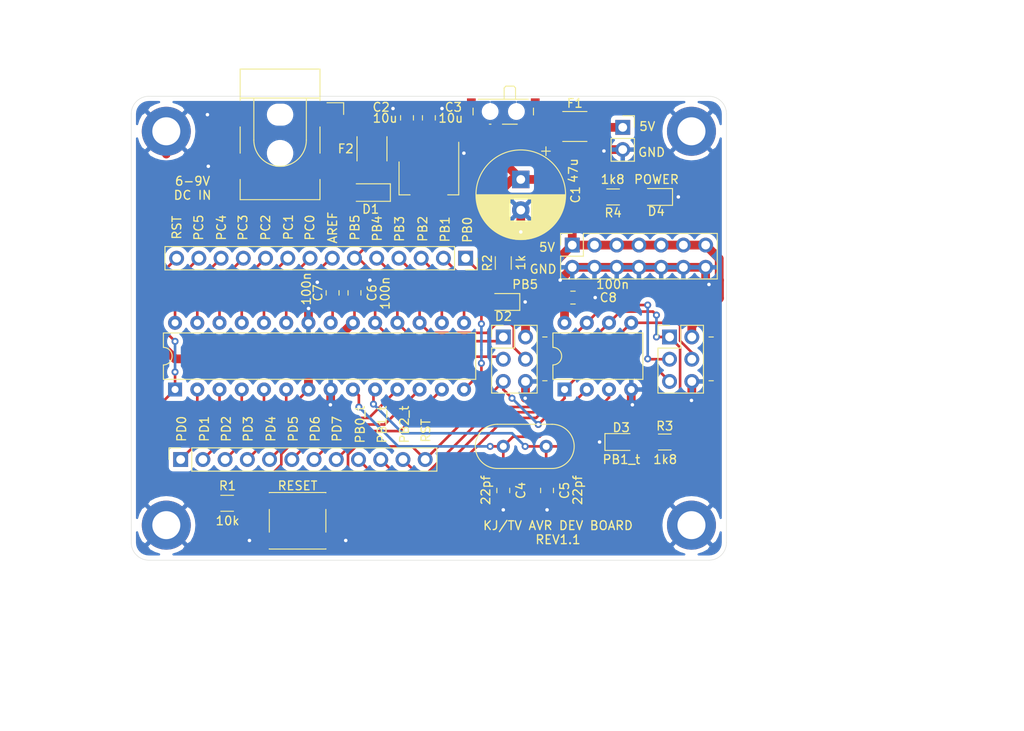
<source format=kicad_pcb>
(kicad_pcb (version 20171130) (host pcbnew "(5.1.9)-1")
  (layers (0 F.Cu signal) (31 B.Cu signal) (34 B.Paste user) (35 F.Paste user) (36 B.SilkS user) (37 F.SilkS user) (38 B.Mask user) (39 F.Mask user) (44 Edge.Cuts user))
  (net 0 "")
  (net 1 GND)
  (net 2 +5V)
  (net 3 "Net-(C2-Pad1)")
  (net 4 "Net-(C3-Pad1)")
  (net 5 XTAL1)
  (net 6 XTAL2)
  (net 7 AREF)
  (net 8 "Net-(D1-Pad1)")
  (net 9 DC_in)
  (net 10 "Net-(D2-Pad2)")
  (net 11 "Net-(D3-Pad2)")
  (net 12 "Net-(D4-Pad2)")
  (net 13 PB0_tiny)
  (net 14 PB1_tiny)
  (net 15 PB2_tiny)
  (net 16 RST)
  (net 17 PB0)
  (net 18 PB1)
  (net 19 PB2)
  (net 20 PC5)
  (net 21 PC4)
  (net 22 PC3)
  (net 23 PC2)
  (net 24 PC1)
  (net 25 PC0)
  (net 26 PD0)
  (net 27 PD1)
  (net 28 PD2)
  (net 29 PD3)
  (net 30 PD4)
  (net 31 PD5)
  (net 32 PD6)
  (net 33 PD7)
  (net 34 Jumper_in)
  (net 35 PB3)
  (net 36 PB4)
  (net 37 PB5)
  (net 38 "Net-(F1-Pad1)")
  (module Capacitor_THT:CP_Radial_D10.0mm_P3.50mm (layer F.Cu) (at 127.5 94.5 270)
    (fp_text reference C1 (at 1.75 -6.25 90) (layer F.SilkS))
    (fp_text value 47u)
    (pad 1 thru_hole rect (at 0 0 270) (size 2 2) (drill 1) (layers *.Cu *.Mask) (net 2 +5V))
    (pad 2 thru_hole circle (at 3.5 0 270) (size 2 2) (drill 1) (layers *.Cu *.Mask) (net 1 GND))
  )
  (module Capacitor_SMD:C_0805_2012Metric_Pad1.18x1.45mm_HandSolder (layer F.Cu) (at 114.5 87.4625 90)
    (fp_text reference C2 (at 1.2125 -2.95 180) (layer F.SilkS))
    (fp_text value 10u)
    (pad 1 smd roundrect (at -1.0375 0 90) (size 1.175 1.45) (layers F.Cu F.Paste F.Mask) (roundrect_rratio 0.2127659574468085) (net 3 "Net-(C2-Pad1)"))
    (pad 2 smd roundrect (at 1.0375 0 90) (size 1.175 1.45) (layers F.Cu F.Paste F.Mask) (roundrect_rratio 0.2127659574468085) (net 1 GND))
  )
  (module Capacitor_SMD:C_0805_2012Metric_Pad1.18x1.45mm_HandSolder (layer F.Cu) (at 117 87.4625 90)
    (fp_text reference C3 (at 1.2125 2.8 180) (layer F.SilkS))
    (fp_text value 10u)
    (pad 2 smd roundrect (at 1.0375 0 90) (size 1.175 1.45) (layers F.Cu F.Paste F.Mask) (roundrect_rratio 0.2127659574468085) (net 1 GND))
    (pad 1 smd roundrect (at -1.0375 0 90) (size 1.175 1.45) (layers F.Cu F.Paste F.Mask) (roundrect_rratio 0.2127659574468085) (net 4 "Net-(C3-Pad1)"))
  )
  (module Capacitor_SMD:C_0805_2012Metric_Pad1.18x1.45mm_HandSolder (layer F.Cu) (at 125.5 130.0375 270)
    (fp_text reference C4 (at 0 -2 90) (layer F.SilkS))
    (fp_text value 22pf)
    (pad 1 smd roundrect (at -1.0375 0 270) (size 1.175 1.45) (layers F.Cu F.Paste F.Mask) (roundrect_rratio 0.2127659574468085) (net 5 XTAL1))
    (pad 2 smd roundrect (at 1.0375 0 270) (size 1.175 1.45) (layers F.Cu F.Paste F.Mask) (roundrect_rratio 0.2127659574468085) (net 1 GND))
  )
  (module Capacitor_SMD:C_0805_2012Metric_Pad1.18x1.45mm_HandSolder (layer F.Cu) (at 130.5 130.0375 270)
    (fp_text reference C5 (at 0 -2 90) (layer F.SilkS))
    (fp_text value 22pf)
    (pad 2 smd roundrect (at 1.0375 0 270) (size 1.175 1.45) (layers F.Cu F.Paste F.Mask) (roundrect_rratio 0.2127659574468085) (net 1 GND))
    (pad 1 smd roundrect (at -1.0375 0 270) (size 1.175 1.45) (layers F.Cu F.Paste F.Mask) (roundrect_rratio 0.2127659574468085) (net 6 XTAL2))
  )
  (module Capacitor_SMD:C_0805_2012Metric_Pad1.18x1.45mm_HandSolder (layer F.Cu) (at 108.5 107.4625 90)
    (fp_text reference C6 (at 0 2 90) (layer F.SilkS))
    (fp_text value 100n)
    (pad 1 smd roundrect (at -1.0375 0 90) (size 1.175 1.45) (layers F.Cu F.Paste F.Mask) (roundrect_rratio 0.2127659574468085) (net 2 +5V))
    (pad 2 smd roundrect (at 1.0375 0 90) (size 1.175 1.45) (layers F.Cu F.Paste F.Mask) (roundrect_rratio 0.2127659574468085) (net 1 GND))
  )
  (module Capacitor_SMD:C_0805_2012Metric_Pad1.18x1.45mm_HandSolder (layer F.Cu) (at 106 107.4625 90)
    (fp_text reference C7 (at 0 -1.68 90) (layer F.SilkS))
    (fp_text value 100n)
    (pad 1 smd roundrect (at -1.0375 0 90) (size 1.175 1.45) (layers F.Cu F.Paste F.Mask) (roundrect_rratio 0.2127659574468085) (net 7 AREF))
    (pad 2 smd roundrect (at 1.0375 0 90) (size 1.175 1.45) (layers F.Cu F.Paste F.Mask) (roundrect_rratio 0.2127659574468085) (net 1 GND))
  )
  (module Capacitor_SMD:C_0805_2012Metric_Pad1.18x1.45mm_HandSolder (layer F.Cu) (at 133.4625 108)
    (fp_text reference C8 (at 4.0375 0) (layer F.SilkS))
    (fp_text value 100n)
    (pad 2 smd roundrect (at 1.0375 0) (size 1.175 1.45) (layers F.Cu F.Paste F.Mask) (roundrect_rratio 0.2127659574468085) (net 1 GND))
    (pad 1 smd roundrect (at -1.0375 0) (size 1.175 1.45) (layers F.Cu F.Paste F.Mask) (roundrect_rratio 0.2127659574468085) (net 2 +5V))
  )
  (module Diode_SMD:D_SOD-123 (layer F.Cu) (at 110.35 96 180)
    (fp_text reference D1 (at 0 -1.9) (layer F.SilkS))
    (fp_text value B5810W)
    (pad 1 smd rect (at -1.65 0 180) (size 0.9 1.2) (layers F.Cu F.Paste F.Mask) (net 8 "Net-(D1-Pad1)"))
    (pad 2 smd rect (at 1.65 0 180) (size 0.9 1.2) (layers F.Cu F.Paste F.Mask) (net 9 DC_in))
  )
  (module Diode_SMD:D_0805_2012Metric_Pad1.15x1.40mm_HandSolder (layer F.Cu) (at 125.525 108.5 180)
    (fp_text reference D2 (at 0 -1.65) (layer F.SilkS))
    (fp_text value red)
    (pad 1 smd roundrect (at -1.025 0 180) (size 1.15 1.4) (layers F.Cu F.Paste F.Mask) (roundrect_rratio 0.2173904347826087) (net 1 GND))
    (pad 2 smd roundrect (at 1.025 0 180) (size 1.15 1.4) (layers F.Cu F.Paste F.Mask) (roundrect_rratio 0.2173904347826087) (net 10 "Net-(D2-Pad2)"))
  )
  (module Diode_SMD:D_0805_2012Metric_Pad1.15x1.40mm_HandSolder (layer F.Cu) (at 138.975 124.5)
    (fp_text reference D3 (at 0 -1.65) (layer F.SilkS))
    (fp_text value blue)
    (pad 2 smd roundrect (at 1.025 0) (size 1.15 1.4) (layers F.Cu F.Paste F.Mask) (roundrect_rratio 0.2173904347826087) (net 11 "Net-(D3-Pad2)"))
    (pad 1 smd roundrect (at -1.025 0) (size 1.15 1.4) (layers F.Cu F.Paste F.Mask) (roundrect_rratio 0.2173904347826087) (net 1 GND))
  )
  (module Diode_SMD:D_0805_2012Metric_Pad1.15x1.40mm_HandSolder (layer F.Cu) (at 142.975 96.5 180)
    (fp_text reference D4 (at 0 -1.65) (layer F.SilkS))
    (fp_text value green)
    (pad 1 smd roundrect (at -1.025 0 180) (size 1.15 1.4) (layers F.Cu F.Paste F.Mask) (roundrect_rratio 0.2173904347826087) (net 1 GND))
    (pad 2 smd roundrect (at 1.025 0 180) (size 1.15 1.4) (layers F.Cu F.Paste F.Mask) (roundrect_rratio 0.2173904347826087) (net 12 "Net-(D4-Pad2)"))
  )
  (module Fuse:Fuse_1812_4532Metric_Pad1.30x3.40mm_HandSolder (layer F.Cu) (at 110.5 91 90)
    (fp_text reference F2 (at 0 -3 180) (layer F.SilkS))
    (fp_text value 500mA)
    (pad 1 smd roundrect (at -2.225 0 90) (size 1.3 3.4) (layers F.Cu F.Paste F.Mask) (roundrect_rratio 0.1923076923076923) (net 8 "Net-(D1-Pad1)"))
    (pad 2 smd roundrect (at 2.225 0 90) (size 1.3 3.4) (layers F.Cu F.Paste F.Mask) (roundrect_rratio 0.1923076923076923) (net 3 "Net-(C2-Pad1)"))
  )
  (module MountingHole:MountingHole_3.2mm_M3_DIN965_Pad (layer F.Cu) (at 147 89)
    (fp_text reference H1 hide)
    (fp_text value MountingHole_Pad)
    (pad 1 thru_hole circle (at 0 0) (size 5.6 5.6) (drill 3.2) (layers *.Cu *.Mask) (net 1 GND))
  )
  (module MountingHole:MountingHole_3.2mm_M3_DIN965_Pad (layer F.Cu) (at 87 89)
    (fp_text reference H2 hide)
    (fp_text value MountingHole_Pad)
    (pad 1 thru_hole circle (at 0 0) (size 5.6 5.6) (drill 3.2) (layers *.Cu *.Mask) (net 1 GND))
  )
  (module MountingHole:MountingHole_3.2mm_M3_DIN965_Pad (layer F.Cu) (at 87 134)
    (fp_text reference H3 hide)
    (fp_text value MountingHole_Pad)
    (pad 1 thru_hole circle (at 0 0) (size 5.6 5.6) (drill 3.2) (layers *.Cu *.Mask) (net 1 GND))
  )
  (module MountingHole:MountingHole_3.2mm_M3_DIN965_Pad (layer F.Cu) (at 147 134)
    (fp_text reference H4 hide)
    (fp_text value MountingHole_Pad)
    (pad 1 thru_hole circle (at 0 0) (size 5.6 5.6) (drill 3.2) (layers *.Cu *.Mask) (net 1 GND))
  )
  (module Connector_PinSocket_2.54mm:PinSocket_1x02_P2.54mm_Vertical (layer F.Cu) (at 139.15 88.55)
    (fp_text reference J1 hide)
    (fp_text value externalPower)
    (pad 1 thru_hole rect (at 0 0) (size 1.7 1.7) (drill 1) (layers *.Cu *.Mask) (net 34 Jumper_in))
    (pad 2 thru_hole oval (at 0 2.54) (size 1.7 1.7) (drill 1) (layers *.Cu *.Mask) (net 1 GND))
  )
  (module Connector_PinSocket_2.54mm:PinSocket_2x07_P2.54mm_Vertical (layer F.Cu) (at 133.38 102 90)
    (fp_text reference J2 hide)
    (fp_text value Power)
    (pad 1 thru_hole rect (at 0 0 90) (size 1.7 1.7) (drill 1) (layers *.Cu *.Mask) (net 2 +5V))
    (pad 2 thru_hole oval (at -2.54 0 90) (size 1.7 1.7) (drill 1) (layers *.Cu *.Mask) (net 1 GND))
    (pad 3 thru_hole oval (at 0 2.54 90) (size 1.7 1.7) (drill 1) (layers *.Cu *.Mask) (net 2 +5V))
    (pad 4 thru_hole oval (at -2.54 2.54 90) (size 1.7 1.7) (drill 1) (layers *.Cu *.Mask) (net 1 GND))
    (pad 5 thru_hole oval (at 0 5.08 90) (size 1.7 1.7) (drill 1) (layers *.Cu *.Mask) (net 2 +5V))
    (pad 6 thru_hole oval (at -2.54 5.08 90) (size 1.7 1.7) (drill 1) (layers *.Cu *.Mask) (net 1 GND))
    (pad 7 thru_hole oval (at 0 7.62 90) (size 1.7 1.7) (drill 1) (layers *.Cu *.Mask) (net 2 +5V))
    (pad 8 thru_hole oval (at -2.54 7.62 90) (size 1.7 1.7) (drill 1) (layers *.Cu *.Mask) (net 1 GND))
    (pad 9 thru_hole oval (at 0 10.16 90) (size 1.7 1.7) (drill 1) (layers *.Cu *.Mask) (net 2 +5V))
    (pad 10 thru_hole oval (at -2.54 10.16 90) (size 1.7 1.7) (drill 1) (layers *.Cu *.Mask) (net 1 GND))
    (pad 11 thru_hole oval (at 0 12.7 90) (size 1.7 1.7) (drill 1) (layers *.Cu *.Mask) (net 2 +5V))
    (pad 12 thru_hole oval (at -2.54 12.7 90) (size 1.7 1.7) (drill 1) (layers *.Cu *.Mask) (net 1 GND))
    (pad 13 thru_hole oval (at 0 15.24 90) (size 1.7 1.7) (drill 1) (layers *.Cu *.Mask) (net 2 +5V))
    (pad 14 thru_hole oval (at -2.54 15.24 90) (size 1.7 1.7) (drill 1) (layers *.Cu *.Mask) (net 1 GND))
  )
  (module Connector_PinSocket_2.54mm:PinSocket_1x12_P2.54mm_Vertical (layer F.Cu) (at 88.64 126.5 90)
    (fp_text reference J3 hide)
    (fp_text value PTiny/PD)
    (pad 1 thru_hole rect (at 0 0 90) (size 1.7 1.7) (drill 1) (layers *.Cu *.Mask) (net 26 PD0))
    (pad 2 thru_hole oval (at 0 2.54 90) (size 1.7 1.7) (drill 1) (layers *.Cu *.Mask) (net 27 PD1))
    (pad 3 thru_hole oval (at 0 5.08 90) (size 1.7 1.7) (drill 1) (layers *.Cu *.Mask) (net 28 PD2))
    (pad 4 thru_hole oval (at 0 7.62 90) (size 1.7 1.7) (drill 1) (layers *.Cu *.Mask) (net 29 PD3))
    (pad 5 thru_hole oval (at 0 10.16 90) (size 1.7 1.7) (drill 1) (layers *.Cu *.Mask) (net 30 PD4))
    (pad 6 thru_hole oval (at 0 12.7 90) (size 1.7 1.7) (drill 1) (layers *.Cu *.Mask) (net 31 PD5))
    (pad 7 thru_hole oval (at 0 15.24 90) (size 1.7 1.7) (drill 1) (layers *.Cu *.Mask) (net 32 PD6))
    (pad 8 thru_hole oval (at 0 17.78 90) (size 1.7 1.7) (drill 1) (layers *.Cu *.Mask) (net 33 PD7))
    (pad 9 thru_hole oval (at 0 20.32 90) (size 1.7 1.7) (drill 1) (layers *.Cu *.Mask) (net 13 PB0_tiny))
    (pad 10 thru_hole oval (at 0 22.86 90) (size 1.7 1.7) (drill 1) (layers *.Cu *.Mask) (net 14 PB1_tiny))
    (pad 11 thru_hole oval (at 0 25.4 90) (size 1.7 1.7) (drill 1) (layers *.Cu *.Mask) (net 15 PB2_tiny))
    (pad 12 thru_hole oval (at 0 27.94 90) (size 1.7 1.7) (drill 1) (layers *.Cu *.Mask) (net 16 RST))
  )
  (module Connector_PinSocket_2.54mm:PinSocket_1x14_P2.54mm_Vertical (layer F.Cu) (at 121.2 103.5 270)
    (fp_text reference J4 hide)
    (fp_text value PB/PC)
    (pad 1 thru_hole rect (at 0 0 270) (size 1.7 1.7) (drill 1) (layers *.Cu *.Mask) (net 17 PB0))
    (pad 2 thru_hole oval (at 0 2.54 270) (size 1.7 1.7) (drill 1) (layers *.Cu *.Mask) (net 18 PB1))
    (pad 3 thru_hole oval (at 0 5.08 270) (size 1.7 1.7) (drill 1) (layers *.Cu *.Mask) (net 19 PB2))
    (pad 4 thru_hole oval (at 0 7.62 270) (size 1.7 1.7) (drill 1) (layers *.Cu *.Mask) (net 35 PB3))
    (pad 5 thru_hole oval (at 0 10.16 270) (size 1.7 1.7) (drill 1) (layers *.Cu *.Mask) (net 36 PB4))
    (pad 6 thru_hole oval (at 0 12.7 270) (size 1.7 1.7) (drill 1) (layers *.Cu *.Mask) (net 37 PB5))
    (pad 7 thru_hole oval (at 0 15.24 270) (size 1.7 1.7) (drill 1) (layers *.Cu *.Mask) (net 7 AREF))
    (pad 8 thru_hole oval (at 0 17.78 270) (size 1.7 1.7) (drill 1) (layers *.Cu *.Mask) (net 25 PC0))
    (pad 9 thru_hole oval (at 0 20.32 270) (size 1.7 1.7) (drill 1) (layers *.Cu *.Mask) (net 24 PC1))
    (pad 10 thru_hole oval (at 0 22.86 270) (size 1.7 1.7) (drill 1) (layers *.Cu *.Mask) (net 23 PC2))
    (pad 11 thru_hole oval (at 0 25.4 270) (size 1.7 1.7) (drill 1) (layers *.Cu *.Mask) (net 22 PC3))
    (pad 12 thru_hole oval (at 0 27.94 270) (size 1.7 1.7) (drill 1) (layers *.Cu *.Mask) (net 21 PC4))
    (pad 13 thru_hole oval (at 0 30.48 270) (size 1.7 1.7) (drill 1) (layers *.Cu *.Mask) (net 20 PC5))
    (pad 14 thru_hole oval (at 0 33.02 270) (size 1.7 1.7) (drill 1) (layers *.Cu *.Mask) (net 16 RST))
  )
  (module Connector_BarrelJack:BarrelJack_CLIFF_FC681465S_SMT_Horizontal (layer F.Cu) (at 100 90 270)
    (fp_text reference J5 hide)
    (fp_text value Barrel_Jack_Switch)
    (pad "" np_thru_hole oval (at -2.9 0) (size 2 1.5) (drill oval 2 1.5) (layers *.Cu *.Mask))
    (pad "" np_thru_hole circle (at 1.5 0) (size 2 2) (drill 2) (layers *.Cu *.Mask))
    (pad 1 smd rect (at -3 -5.5) (size 3 2) (layers F.Cu F.Paste F.Mask) (net 9 DC_in))
    (pad 1 smd rect (at 3 -5.5) (size 3 2) (layers F.Cu F.Paste F.Mask) (net 9 DC_in))
    (pad 2 smd rect (at 3 5.5) (size 3 2) (layers F.Cu F.Paste F.Mask) (net 1 GND))
    (pad 3 smd rect (at -3 5.5) (size 3 2) (layers F.Cu F.Paste F.Mask) (net 1 GND))
  )
  (module Connector_PinHeader_2.54mm:PinHeader_2x03_P2.54mm_Vertical (layer F.Cu) (at 125.5 112.5)
    (fp_text reference J6 hide)
    (fp_text value ICSP)
    (pad 6 thru_hole oval (at 2.54 5.08) (size 1.7 1.7) (drill 1) (layers *.Cu *.Mask) (net 1 GND))
    (pad 5 thru_hole oval (at 0 5.08) (size 1.7 1.7) (drill 1) (layers *.Cu *.Mask) (net 16 RST))
    (pad 4 thru_hole oval (at 2.54 2.54) (size 1.7 1.7) (drill 1) (layers *.Cu *.Mask) (net 35 PB3))
    (pad 3 thru_hole oval (at 0 2.54) (size 1.7 1.7) (drill 1) (layers *.Cu *.Mask) (net 37 PB5))
    (pad 2 thru_hole oval (at 2.54 0) (size 1.7 1.7) (drill 1) (layers *.Cu *.Mask) (net 2 +5V))
    (pad 1 thru_hole rect (at 0 0) (size 1.7 1.7) (drill 1) (layers *.Cu *.Mask) (net 36 PB4))
  )
  (module Connector_PinHeader_2.54mm:PinHeader_2x03_P2.54mm_Vertical (layer F.Cu) (at 144.5 112.5)
    (fp_text reference J7 hide)
    (fp_text value ICSP)
    (pad 1 thru_hole rect (at 0 0) (size 1.7 1.7) (drill 1) (layers *.Cu *.Mask) (net 14 PB1_tiny))
    (pad 2 thru_hole oval (at 2.54 0) (size 1.7 1.7) (drill 1) (layers *.Cu *.Mask) (net 2 +5V))
    (pad 3 thru_hole oval (at 0 2.54) (size 1.7 1.7) (drill 1) (layers *.Cu *.Mask) (net 15 PB2_tiny))
    (pad 4 thru_hole oval (at 2.54 2.54) (size 1.7 1.7) (drill 1) (layers *.Cu *.Mask) (net 13 PB0_tiny))
    (pad 5 thru_hole oval (at 0 5.08) (size 1.7 1.7) (drill 1) (layers *.Cu *.Mask) (net 16 RST))
    (pad 6 thru_hole oval (at 2.54 5.08) (size 1.7 1.7) (drill 1) (layers *.Cu *.Mask) (net 1 GND))
  )
  (module Resistor_SMD:R_1206_3216Metric_Pad1.30x1.75mm_HandSolder (layer F.Cu) (at 93.95 131.5 180)
    (fp_text reference R1 (at -0.05 2) (layer F.SilkS))
    (fp_text value 10k)
    (pad 2 smd roundrect (at 1.55 0 180) (size 1.3 1.75) (layers F.Cu F.Paste F.Mask) (roundrect_rratio 0.1923076923076923) (net 2 +5V))
    (pad 1 smd roundrect (at -1.55 0 180) (size 1.3 1.75) (layers F.Cu F.Paste F.Mask) (roundrect_rratio 0.1923076923076923) (net 16 RST))
  )
  (module Resistor_SMD:R_1206_3216Metric_Pad1.30x1.75mm_HandSolder (layer F.Cu) (at 125.5 104.05 90)
    (fp_text reference R2 (at 0 -1.82 90) (layer F.SilkS))
    (fp_text value 1k)
    (pad 1 smd roundrect (at -1.55 0 90) (size 1.3 1.75) (layers F.Cu F.Paste F.Mask) (roundrect_rratio 0.1923076923076923) (net 10 "Net-(D2-Pad2)"))
    (pad 2 smd roundrect (at 1.55 0 90) (size 1.3 1.75) (layers F.Cu F.Paste F.Mask) (roundrect_rratio 0.1923076923076923) (net 37 PB5))
  )
  (module Resistor_SMD:R_1206_3216Metric_Pad1.30x1.75mm_HandSolder (layer F.Cu) (at 143.95 124.5)
    (fp_text reference R3 (at 0 -1.82) (layer F.SilkS))
    (fp_text value 1k8)
    (pad 2 smd roundrect (at 1.55 0) (size 1.3 1.75) (layers F.Cu F.Paste F.Mask) (roundrect_rratio 0.1923076923076923) (net 14 PB1_tiny))
    (pad 1 smd roundrect (at -1.55 0) (size 1.3 1.75) (layers F.Cu F.Paste F.Mask) (roundrect_rratio 0.1923076923076923) (net 11 "Net-(D3-Pad2)"))
  )
  (module Resistor_SMD:R_1206_3216Metric_Pad1.30x1.75mm_HandSolder (layer F.Cu) (at 138.05 96.5 180)
    (fp_text reference R4 (at 0 -1.82) (layer F.SilkS))
    (fp_text value 1k8)
    (pad 1 smd roundrect (at -1.55 0 180) (size 1.3 1.75) (layers F.Cu F.Paste F.Mask) (roundrect_rratio 0.1923076923076923) (net 12 "Net-(D4-Pad2)"))
    (pad 2 smd roundrect (at 1.55 0 180) (size 1.3 1.75) (layers F.Cu F.Paste F.Mask) (roundrect_rratio 0.1923076923076923) (net 2 +5V))
  )
  (module Button_Switch_SMD:SW_SPDT_PCM12 (layer F.Cu) (at 125.5 87.07 180)
    (fp_text reference SW1 hide)
    (fp_text value powerSwitch)
    (pad "" np_thru_hole circle (at -1.5 0.33 180) (size 0.9 0.9) (drill 0.9) (layers *.Cu *.Mask))
    (pad "" np_thru_hole circle (at 1.5 0.33 180) (size 0.9 0.9) (drill 0.9) (layers *.Cu *.Mask))
    (pad 1 smd rect (at -2.25 -1.43 180) (size 0.7 1.5) (layers F.Cu F.Paste F.Mask) (net 38 "Net-(F1-Pad1)"))
    (pad 2 smd rect (at 0.75 -1.43 180) (size 0.7 1.5) (layers F.Cu F.Paste F.Mask) (net 2 +5V))
    (pad 3 smd rect (at 2.25 -1.43 180) (size 0.7 1.5) (layers F.Cu F.Paste F.Mask) (net 4 "Net-(C3-Pad1)"))
    (pad "" smd rect (at -3.65 1.43 180) (size 1 0.8) (layers F.Cu F.Paste F.Mask))
    (pad "" smd rect (at 3.65 1.43 180) (size 1 0.8) (layers F.Cu F.Paste F.Mask))
    (pad "" smd rect (at 3.65 -0.78 180) (size 1 0.8) (layers F.Cu F.Paste F.Mask))
    (pad "" smd rect (at -3.65 -0.78 180) (size 1 0.8) (layers F.Cu F.Paste F.Mask))
  )
  (module Button_Switch_SMD:SW_Push_1P1T_NO_6x6mm_H9.5mm (layer F.Cu) (at 102 133.5)
    (fp_text reference SW2 hide)
    (fp_text value resetButton)
    (pad 2 smd rect (at -3.975 2.25) (size 1.55 1.3) (layers F.Cu F.Paste F.Mask) (net 1 GND))
    (pad 1 smd rect (at -3.975 -2.25) (size 1.55 1.3) (layers F.Cu F.Paste F.Mask) (net 16 RST))
    (pad 1 smd rect (at 3.975 -2.25) (size 1.55 1.3) (layers F.Cu F.Paste F.Mask) (net 16 RST))
    (pad 2 smd rect (at 3.975 2.25) (size 1.55 1.3) (layers F.Cu F.Paste F.Mask) (net 1 GND))
  )
  (module Package_TO_SOT_SMD:SOT-223-3_TabPin2 (layer F.Cu) (at 117 94.35 270)
    (fp_text reference U1 hide)
    (fp_text value AMS1117-5.0)
    (pad 2 smd rect (at 3.15 0 270) (size 2 3.8) (layers F.Cu F.Paste F.Mask) (net 4 "Net-(C3-Pad1)"))
    (pad 2 smd rect (at -3.15 0 270) (size 2 1.5) (layers F.Cu F.Paste F.Mask) (net 4 "Net-(C3-Pad1)"))
    (pad 3 smd rect (at -3.15 2.3 270) (size 2 1.5) (layers F.Cu F.Paste F.Mask) (net 3 "Net-(C2-Pad1)"))
    (pad 1 smd rect (at -3.15 -2.3 270) (size 2 1.5) (layers F.Cu F.Paste F.Mask) (net 1 GND))
  )
  (module Package_DIP:DIP-8_W7.62mm (layer F.Cu) (at 132.5 118.5 90)
    (fp_text reference U2 hide)
    (fp_text value ATtiny85-20PU)
    (pad 1 thru_hole rect (at 0 0 90) (size 1.6 1.6) (drill 0.8) (layers *.Cu *.Mask) (net 16 RST))
    (pad 5 thru_hole oval (at 7.62 7.62 90) (size 1.6 1.6) (drill 0.8) (layers *.Cu *.Mask) (net 13 PB0_tiny))
    (pad 2 thru_hole oval (at 0 2.54 90) (size 1.6 1.6) (drill 0.8) (layers *.Cu *.Mask) (net 5 XTAL1))
    (pad 6 thru_hole oval (at 7.62 5.08 90) (size 1.6 1.6) (drill 0.8) (layers *.Cu *.Mask) (net 14 PB1_tiny))
    (pad 3 thru_hole oval (at 0 5.08 90) (size 1.6 1.6) (drill 0.8) (layers *.Cu *.Mask) (net 6 XTAL2))
    (pad 7 thru_hole oval (at 7.62 2.54 90) (size 1.6 1.6) (drill 0.8) (layers *.Cu *.Mask) (net 15 PB2_tiny))
    (pad 4 thru_hole oval (at 0 7.62 90) (size 1.6 1.6) (drill 0.8) (layers *.Cu *.Mask) (net 1 GND))
    (pad 8 thru_hole oval (at 7.62 0 90) (size 1.6 1.6) (drill 0.8) (layers *.Cu *.Mask) (net 2 +5V))
  )
  (module Package_DIP:DIP-28_W7.62mm (layer F.Cu) (at 88 118.5 90)
    (fp_text reference U3 hide)
    (fp_text value ATmega328P-PU)
    (pad 1 thru_hole rect (at 0 0 90) (size 1.6 1.6) (drill 0.8) (layers *.Cu *.Mask) (net 16 RST))
    (pad 15 thru_hole oval (at 7.62 33.02 90) (size 1.6 1.6) (drill 0.8) (layers *.Cu *.Mask) (net 18 PB1))
    (pad 2 thru_hole oval (at 0 2.54 90) (size 1.6 1.6) (drill 0.8) (layers *.Cu *.Mask) (net 26 PD0))
    (pad 16 thru_hole oval (at 7.62 30.48 90) (size 1.6 1.6) (drill 0.8) (layers *.Cu *.Mask) (net 19 PB2))
    (pad 3 thru_hole oval (at 0 5.08 90) (size 1.6 1.6) (drill 0.8) (layers *.Cu *.Mask) (net 27 PD1))
    (pad 17 thru_hole oval (at 7.62 27.94 90) (size 1.6 1.6) (drill 0.8) (layers *.Cu *.Mask) (net 35 PB3))
    (pad 4 thru_hole oval (at 0 7.62 90) (size 1.6 1.6) (drill 0.8) (layers *.Cu *.Mask) (net 28 PD2))
    (pad 18 thru_hole oval (at 7.62 25.4 90) (size 1.6 1.6) (drill 0.8) (layers *.Cu *.Mask) (net 36 PB4))
    (pad 5 thru_hole oval (at 0 10.16 90) (size 1.6 1.6) (drill 0.8) (layers *.Cu *.Mask) (net 29 PD3))
    (pad 19 thru_hole oval (at 7.62 22.86 90) (size 1.6 1.6) (drill 0.8) (layers *.Cu *.Mask) (net 37 PB5))
    (pad 6 thru_hole oval (at 0 12.7 90) (size 1.6 1.6) (drill 0.8) (layers *.Cu *.Mask) (net 30 PD4))
    (pad 20 thru_hole oval (at 7.62 20.32 90) (size 1.6 1.6) (drill 0.8) (layers *.Cu *.Mask) (net 2 +5V))
    (pad 7 thru_hole oval (at 0 15.24 90) (size 1.6 1.6) (drill 0.8) (layers *.Cu *.Mask) (net 2 +5V))
    (pad 21 thru_hole oval (at 7.62 17.78 90) (size 1.6 1.6) (drill 0.8) (layers *.Cu *.Mask) (net 7 AREF))
    (pad 8 thru_hole oval (at 0 17.78 90) (size 1.6 1.6) (drill 0.8) (layers *.Cu *.Mask) (net 1 GND))
    (pad 22 thru_hole oval (at 7.62 15.24 90) (size 1.6 1.6) (drill 0.8) (layers *.Cu *.Mask) (net 1 GND))
    (pad 9 thru_hole oval (at 0 20.32 90) (size 1.6 1.6) (drill 0.8) (layers *.Cu *.Mask) (net 5 XTAL1))
    (pad 23 thru_hole oval (at 7.62 12.7 90) (size 1.6 1.6) (drill 0.8) (layers *.Cu *.Mask) (net 25 PC0))
    (pad 10 thru_hole oval (at 0 22.86 90) (size 1.6 1.6) (drill 0.8) (layers *.Cu *.Mask) (net 6 XTAL2))
    (pad 24 thru_hole oval (at 7.62 10.16 90) (size 1.6 1.6) (drill 0.8) (layers *.Cu *.Mask) (net 24 PC1))
    (pad 11 thru_hole oval (at 0 25.4 90) (size 1.6 1.6) (drill 0.8) (layers *.Cu *.Mask) (net 31 PD5))
    (pad 25 thru_hole oval (at 7.62 7.62 90) (size 1.6 1.6) (drill 0.8) (layers *.Cu *.Mask) (net 23 PC2))
    (pad 12 thru_hole oval (at 0 27.94 90) (size 1.6 1.6) (drill 0.8) (layers *.Cu *.Mask) (net 32 PD6))
    (pad 26 thru_hole oval (at 7.62 5.08 90) (size 1.6 1.6) (drill 0.8) (layers *.Cu *.Mask) (net 22 PC3))
    (pad 13 thru_hole oval (at 0 30.48 90) (size 1.6 1.6) (drill 0.8) (layers *.Cu *.Mask) (net 33 PD7))
    (pad 27 thru_hole oval (at 7.62 2.54 90) (size 1.6 1.6) (drill 0.8) (layers *.Cu *.Mask) (net 21 PC4))
    (pad 14 thru_hole oval (at 0 33.02 90) (size 1.6 1.6) (drill 0.8) (layers *.Cu *.Mask) (net 17 PB0))
    (pad 28 thru_hole oval (at 7.62 0 90) (size 1.6 1.6) (drill 0.8) (layers *.Cu *.Mask) (net 20 PC5))
  )
  (module Crystal:Crystal_HC18-U_Vertical (layer F.Cu) (at 125.5 125)
    (fp_text reference Y1 hide)
    (fp_text value 16MHz)
    (pad 1 thru_hole circle (at 0 0) (size 1.5 1.5) (drill 0.8) (layers *.Cu *.Mask) (net 5 XTAL1))
    (pad 2 thru_hole circle (at 4.9 0) (size 1.5 1.5) (drill 0.8) (layers *.Cu *.Mask) (net 6 XTAL2))
  )
  (module Fuse:Fuse_1812_4532Metric_Pad1.30x3.40mm_HandSolder (layer F.Cu) (at 133.675 88.45)
    (fp_text reference F1 (at 0 -2.65) (layer F.SilkS))
    (fp_text value 500mA)
    (pad 1 smd roundrect (at -2.225 0) (size 1.3 3.4) (layers F.Cu F.Paste F.Mask) (roundrect_rratio 0.1923076923076923) (net 38 "Net-(F1-Pad1)"))
    (pad 2 smd roundrect (at 2.225 0) (size 1.3 3.4) (layers F.Cu F.Paste F.Mask) (roundrect_rratio 0.1923076923076923) (net 34 Jumper_in))
  )
  (gr_text "10u\n" (at 119.5 87.5) (layer F.SilkS) (effects (font (size 1 1))))
  (gr_text "10u\n" (at 112 87.5) (layer F.SilkS) (effects (font (size 1 1))))
  (gr_text "100n\n" (at 138 106.5) (layer F.SilkS) (effects (font (size 1 1))))
  (gr_text "47u\n" (at 133.5 93.5 90) (layer F.SilkS) (effects (font (size 1 1))))
  (gr_text "100n\n" (at 103 107 90) (layer F.SilkS) (effects (font (size 1 1))))
  (gr_text "100n\n" (at 112 107.5 90) (layer F.SilkS) (effects (font (size 1 1))))
  (gr_text "22pf\n" (at 123.5 130 90) (layer F.SilkS) (effects (font (size 1 1))))
  (gr_text "22pf\n" (at 134 130 90) (layer F.SilkS) (effects (font (size 1 1))))
  (gr_text RESET (at 102 129.5) (layer F.SilkS) (effects (font (size 1 1))))
  (gr_text "POWER\n" (at 143 94.5) (layer F.SilkS) (effects (font (size 1 1))))
  (gr_text PB1_t (at 139 126.5) (layer F.SilkS) (effects (font (size 1 1))))
  (gr_text PB5 (at 128 106.5) (layer F.SilkS) (effects (font (size 1 1))))
  (gr_text "6-9V\nDC IN\n" (at 90 95.5) (layer F.SilkS) (effects (font (size 1 1))))
  (gr_text 1k8 (at 138 94.5) (layer F.SilkS) (effects (font (size 1 1))))
  (gr_text 10k (at 94 133.5) (layer F.SilkS) (effects (font (size 1 1))))
  (gr_text "1k\n" (at 127.5 104 90) (layer F.SilkS) (effects (font (size 1 1))))
  (gr_text "1k8\n" (at 144 126.5) (layer F.SilkS) (effects (font (size 1 1))))
  (gr_line (start 149 117.5) (end 149.5 117.5) (layer F.SilkS) (width 0.12))
  (gr_line (start 149 112.5) (end 149.5 112.5) (layer F.SilkS) (width 0.12))
  (gr_line (start 130 117.5) (end 130.5 117.5) (layer F.SilkS) (width 0.12))
  (gr_line (start 130 112.5) (end 130.5 112.5) (layer F.SilkS) (width 0.12))
  (gr_text GND (at 130.05 104.75) (layer F.SilkS) (effects (font (size 1 1))))
  (gr_text 5V (at 130.5 102.25) (layer F.SilkS) (effects (font (size 1 1))))
  (gr_text GND (at 142.45 91.4) (layer F.SilkS) (effects (font (size 1 1))))
  (gr_text "5V\n" (at 141.95 88.45) (layer F.SilkS) (effects (font (size 1 1))))
  (gr_text "KJ/TV AVR DEV BOARD\nREV1.1" (at 131.75 134.85) (layer F.SilkS) (effects (font (size 1 1))))
  (gr_text PB0 (at 121.4 100.25 90) (layer F.SilkS) (effects (font (size 1 1))))
  (gr_text PB1 (at 118.85 100.2 90) (layer F.SilkS) (effects (font (size 1 1))))
  (gr_text PB2 (at 116.3 100.15 90) (layer F.SilkS) (effects (font (size 1 1))))
  (gr_text PB3 (at 113.65 100.15 90) (layer F.SilkS) (effects (font (size 1 1))))
  (gr_text PB4 (at 111.1 100.1 90) (layer F.SilkS) (effects (font (size 1 1))))
  (gr_text PB5 (at 108.55 100 90) (layer F.SilkS) (effects (font (size 1 1))))
  (gr_text AREF (at 106 100 90) (layer F.SilkS) (effects (font (size 1 1))))
  (gr_text PC0 (at 103.4 100 90) (layer F.SilkS) (effects (font (size 1 1))))
  (gr_text PC1 (at 100.95 99.95 90) (layer F.SilkS) (effects (font (size 1 1))))
  (gr_text PC2 (at 98.35 100 90) (layer F.SilkS) (effects (font (size 1 1))))
  (gr_text PC3 (at 95.75 100 90) (layer F.SilkS) (effects (font (size 1 1))))
  (gr_text PC4 (at 93.3 100 90) (layer F.SilkS) (effects (font (size 1 1))))
  (gr_text PC5 (at 90.7 100 90) (layer F.SilkS) (effects (font (size 1 1))))
  (gr_text "RST\n" (at 88.2 100 90) (layer F.SilkS) (effects (font (size 1 1))))
  (gr_text RST (at 116.65 123.2 90) (layer F.SilkS) (effects (font (size 1 1))))
  (gr_text "PB2_t\n" (at 114.2 122.5 90) (layer F.SilkS) (effects (font (size 1 1))))
  (gr_text "PB1_t\n" (at 111.65 122.5 90) (layer F.SilkS) (effects (font (size 1 1))))
  (gr_text "PB0_t\n" (at 109.15 122.5 90) (layer F.SilkS) (effects (font (size 1 1))))
  (gr_text PD7 (at 106.5 123 90) (layer F.SilkS) (effects (font (size 1 1))))
  (gr_text PD6 (at 104 123 90) (layer F.SilkS) (effects (font (size 1 1))))
  (gr_text PD5 (at 101.5 123 90) (layer F.SilkS) (effects (font (size 1 1))))
  (gr_text PD4 (at 98.95 123 90) (layer F.SilkS) (effects (font (size 1 1))))
  (gr_text PD3 (at 96.35 123 90) (layer F.SilkS) (effects (font (size 1 1))))
  (gr_text "PD2\n" (at 93.85 123 90) (layer F.SilkS) (effects (font (size 1 1))))
  (gr_text PD1 (at 91.35 123 90) (layer F.SilkS) (effects (font (size 1 1))))
  (gr_text PD0 (at 88.75 123 90) (layer F.SilkS) (effects (font (size 1 1))))
  (gr_arc (start 149 136) (end 149 138) (angle -90) (layer Edge.Cuts) (width 0.05))
  (gr_arc (start 85 136) (end 83 136) (angle -90) (layer Edge.Cuts) (width 0.05))
  (gr_arc (start 149 87) (end 151 87) (angle -90) (layer Edge.Cuts) (width 0.05))
  (gr_arc (start 85 87) (end 85 85) (angle -90) (layer Edge.Cuts) (width 0.05))
  (gr_line (start 83 136) (end 83 87) (layer Edge.Cuts) (width 0.05))
  (gr_line (start 149 138) (end 85 138) (layer Edge.Cuts) (width 0.05))
  (gr_line (start 151 87) (end 151 136) (layer Edge.Cuts) (width 0.05))
  (gr_line (start 85 85) (end 149 85) (layer Edge.Cuts) (width 0.05))
  (segment (start 133.38 104.54) (end 135.92 104.54) (width 1) (layer F.Cu) (net 1))
  (segment (start 135.92 104.54) (end 138.46 104.54) (width 1) (layer F.Cu) (net 1))
  (segment (start 138.46 104.54) (end 141 104.54) (width 1) (layer F.Cu) (net 1))
  (segment (start 141 104.54) (end 143.54 104.54) (width 1) (layer F.Cu) (net 1))
  (segment (start 143.54 104.54) (end 146.08 104.54) (width 1) (layer F.Cu) (net 1))
  (segment (start 146.08 104.54) (end 148.62 104.54) (width 1) (layer F.Cu) (net 1))
  (via (at 136 108) (size 0.8) (drill 0.4) (layers F.Cu B.Cu) (net 1))
  (segment (start 134.5 108) (end 136 108) (width 1) (layer F.Cu) (net 1))
  (via (at 132 106) (size 0.8) (drill 0.4) (layers F.Cu B.Cu) (net 1))
  (segment (start 133.38 104.62) (end 132 106) (width 1) (layer F.Cu) (net 1))
  (segment (start 133.38 104.54) (end 133.38 104.62) (width 1) (layer F.Cu) (net 1))
  (via (at 149 106.5) (size 0.8) (drill 0.4) (layers F.Cu B.Cu) (net 1))
  (segment (start 148.62 106.12) (end 149 106.5) (width 1) (layer F.Cu) (net 1))
  (segment (start 148.62 104.54) (end 148.62 106.12) (width 1) (layer F.Cu) (net 1))
  (via (at 137 91.25) (size 0.8) (drill 0.4) (layers F.Cu B.Cu) (net 1))
  (segment (start 137.16 91.09) (end 137 91.25) (width 1) (layer F.Cu) (net 1))
  (segment (start 139.15 91.09) (end 137.16 91.09) (width 1) (layer F.Cu) (net 1))
  (segment (start 147 89) (end 147 89.75) (width 1) (layer F.Cu) (net 1))
  (via (at 147 119.75) (size 0.8) (drill 0.4) (layers F.Cu B.Cu) (net 1))
  (segment (start 147.04 119.71) (end 147 119.75) (width 1) (layer F.Cu) (net 1))
  (segment (start 147.04 117.58) (end 147.04 119.71) (width 1) (layer F.Cu) (net 1))
  (segment (start 147 134) (end 147 132.5) (width 1) (layer F.Cu) (net 1))
  (via (at 136.5 124.5) (size 0.8) (drill 0.4) (layers F.Cu B.Cu) (net 1))
  (segment (start 137.95 124.5) (end 136.5 124.5) (width 1) (layer F.Cu) (net 1))
  (via (at 130.5 132.25) (size 0.8) (drill 0.4) (layers F.Cu B.Cu) (net 1))
  (segment (start 130.5 131.075) (end 130.5 132.25) (width 1) (layer F.Cu) (net 1))
  (via (at 125.5 132.25) (size 0.8) (drill 0.4) (layers F.Cu B.Cu) (net 1))
  (segment (start 125.5 131.075) (end 125.5 132.25) (width 1) (layer F.Cu) (net 1))
  (via (at 128 108.5) (size 0.8) (drill 0.4) (layers F.Cu B.Cu) (net 1))
  (segment (start 126.55 108.5) (end 128 108.5) (width 1) (layer F.Cu) (net 1))
  (via (at 107.5 135.75) (size 0.8) (drill 0.4) (layers F.Cu B.Cu) (net 1))
  (segment (start 105.975 135.75) (end 107.5 135.75) (width 1) (layer F.Cu) (net 1))
  (segment (start 98.025 135.75) (end 96.5 135.75) (width 1) (layer F.Cu) (net 1))
  (via (at 96.5 135.75) (size 0.8) (drill 0.4) (layers F.Cu B.Cu) (net 1))
  (segment (start 87 134) (end 88 134) (width 1) (layer F.Cu) (net 1))
  (via (at 104.25 106.25) (size 0.8) (drill 0.4) (layers F.Cu B.Cu) (net 1))
  (segment (start 104.425 106.425) (end 104.25 106.25) (width 1) (layer F.Cu) (net 1))
  (segment (start 106 106.425) (end 104.425 106.425) (width 1) (layer F.Cu) (net 1))
  (via (at 110.25 106) (size 0.8) (drill 0.4) (layers F.Cu B.Cu) (net 1))
  (segment (start 109.825 106.425) (end 110.25 106) (width 1) (layer F.Cu) (net 1))
  (segment (start 108.5 106.425) (end 109.825 106.425) (width 1) (layer F.Cu) (net 1))
  (via (at 103.25 109.25) (size 0.8) (drill 0.4) (layers F.Cu B.Cu) (net 1))
  (segment (start 103.24 109.26) (end 103.25 109.25) (width 1) (layer F.Cu) (net 1))
  (segment (start 103.24 110.88) (end 103.24 109.26) (width 1) (layer F.Cu) (net 1))
  (via (at 128 119.5) (size 0.8) (drill 0.4) (layers F.Cu B.Cu) (net 1))
  (segment (start 128.04 119.46) (end 128 119.5) (width 1) (layer F.Cu) (net 1))
  (segment (start 128.04 117.58) (end 128.04 119.46) (width 1) (layer F.Cu) (net 1))
  (via (at 140.25 120.25) (size 0.8) (drill 0.4) (layers F.Cu B.Cu) (net 1))
  (segment (start 140.12 120.12) (end 140.25 120.25) (width 1) (layer F.Cu) (net 1))
  (segment (start 140.12 118.5) (end 140.12 120.12) (width 1) (layer F.Cu) (net 1))
  (via (at 105.75 120.25) (size 0.8) (drill 0.4) (layers F.Cu B.Cu) (net 1))
  (segment (start 105.78 120.22) (end 105.75 120.25) (width 1) (layer F.Cu) (net 1))
  (segment (start 105.78 118.5) (end 105.78 120.22) (width 1) (layer F.Cu) (net 1))
  (via (at 91.7 87.1) (size 0.8) (drill 0.4) (layers F.Cu B.Cu) (net 1))
  (segment (start 91.8 87) (end 91.7 87.1) (width 1) (layer F.Cu) (net 1))
  (segment (start 94.5 87) (end 91.8 87) (width 1) (layer F.Cu) (net 1))
  (via (at 91.8 93) (size 0.8) (drill 0.4) (layers F.Cu B.Cu) (net 1))
  (segment (start 94.5 93) (end 91.8 93) (width 1) (layer F.Cu) (net 1))
  (segment (start 87 89) (end 87 91.6) (width 1) (layer F.Cu) (net 1))
  (via (at 112.9 86.4) (size 0.8) (drill 0.4) (layers F.Cu B.Cu) (net 1))
  (segment (start 112.925 86.425) (end 112.9 86.4) (width 1) (layer F.Cu) (net 1))
  (segment (start 114.5 86.425) (end 112.925 86.425) (width 1) (layer F.Cu) (net 1))
  (via (at 118.5 86.4) (size 0.8) (drill 0.4) (layers F.Cu B.Cu) (net 1))
  (segment (start 118.475 86.425) (end 118.5 86.4) (width 1) (layer F.Cu) (net 1))
  (segment (start 117 86.425) (end 118.475 86.425) (width 1) (layer F.Cu) (net 1))
  (segment (start 114.5 86.425) (end 117 86.425) (width 1) (layer F.Cu) (net 1))
  (segment (start 98.025 135.75) (end 105.975 135.75) (width 1) (layer F.Cu) (net 1))
  (via (at 127.5 100.5) (size 0.8) (drill 0.4) (layers F.Cu B.Cu) (net 1))
  (segment (start 127.5 98) (end 127.5 100.5) (width 1) (layer F.Cu) (net 1))
  (via (at 145.5 96.5) (size 0.8) (drill 0.4) (layers F.Cu B.Cu) (net 1))
  (segment (start 144 96.5) (end 145.5 96.5) (width 0.3) (layer F.Cu) (net 1))
  (via (at 121 91.5) (size 0.8) (drill 0.4) (layers F.Cu B.Cu) (net 1))
  (segment (start 120.7 91.2) (end 121 91.5) (width 1) (layer F.Cu) (net 1))
  (segment (start 119.3 91.2) (end 120.7 91.2) (width 1) (layer F.Cu) (net 1))
  (segment (start 124.75 91.75) (end 127.5 94.5) (width 1) (layer F.Cu) (net 2))
  (segment (start 124.75 88.5) (end 124.75 91.75) (width 1) (layer F.Cu) (net 2))
  (segment (start 127.5 94.5) (end 129.5 94.5) (width 1) (layer F.Cu) (net 2))
  (segment (start 133.38 98.38) (end 133.38 102) (width 1) (layer F.Cu) (net 2))
  (segment (start 129.5 94.5) (end 133.38 98.38) (width 1) (layer F.Cu) (net 2))
  (segment (start 133.38 102) (end 135.92 102) (width 1) (layer F.Cu) (net 2))
  (segment (start 135.92 102) (end 138.46 102) (width 1) (layer F.Cu) (net 2))
  (segment (start 138.46 102) (end 141 102) (width 1) (layer F.Cu) (net 2))
  (segment (start 141 102) (end 143.54 102) (width 1) (layer F.Cu) (net 2))
  (segment (start 143.54 102) (end 146.08 102) (width 1) (layer F.Cu) (net 2))
  (segment (start 146.08 102) (end 148.62 102) (width 1) (layer F.Cu) (net 2))
  (segment (start 132.5 108.075) (end 132.425 108) (width 1) (layer F.Cu) (net 2))
  (segment (start 132.5 110.88) (end 132.5 108.075) (width 1) (layer F.Cu) (net 2))
  (segment (start 92.4 131.5) (end 95 128.9) (width 0.3) (layer F.Cu) (net 2))
  (segment (start 100.139999 125.867121) (end 102 124.00712) (width 0.3) (layer F.Cu) (net 2))
  (segment (start 100.139999 127.076001) (end 100.139999 125.867121) (width 0.3) (layer F.Cu) (net 2))
  (segment (start 98.316 128.9) (end 100.139999 127.076001) (width 0.3) (layer F.Cu) (net 2))
  (segment (start 95 128.9) (end 98.316 128.9) (width 0.3) (layer F.Cu) (net 2))
  (segment (start 102 119.74) (end 103.24 118.5) (width 0.3) (layer F.Cu) (net 2))
  (segment (start 102 124.00712) (end 102 119.74) (width 0.3) (layer F.Cu) (net 2))
  (segment (start 108.5 110.7) (end 108.32 110.88) (width 0.3) (layer F.Cu) (net 2))
  (segment (start 108.5 108.5) (end 108.5 110.7) (width 0.3) (layer F.Cu) (net 2))
  (segment (start 135.26 96.5) (end 133.38 98.38) (width 0.3) (layer F.Cu) (net 2))
  (segment (start 136.5 96.5) (end 135.26 96.5) (width 0.3) (layer F.Cu) (net 2))
  (segment (start 132.425 108) (end 130.5 108) (width 1) (layer F.Cu) (net 2))
  (segment (start 128.04 110.46) (end 128.04 112.5) (width 1) (layer F.Cu) (net 2))
  (segment (start 130.5 108) (end 128.04 110.46) (width 1) (layer F.Cu) (net 2))
  (segment (start 130.5 104.88) (end 133.38 102) (width 1) (layer F.Cu) (net 2))
  (segment (start 130.5 108) (end 130.5 104.88) (width 1) (layer F.Cu) (net 2))
  (segment (start 147.04 112.5) (end 147.04 111.23499) (width 1) (layer F.Cu) (net 2))
  (segment (start 150.170001 103.550001) (end 148.62 102) (width 1) (layer F.Cu) (net 2))
  (segment (start 150.170001 105.972931) (end 150.170001 103.550001) (width 1) (layer F.Cu) (net 2))
  (segment (start 150.200009 106.002939) (end 150.170001 105.972931) (width 1) (layer F.Cu) (net 2))
  (segment (start 150.200009 108.074981) (end 150.200009 106.002939) (width 1) (layer F.Cu) (net 2))
  (segment (start 147.04 111.23499) (end 150.200009 108.074981) (width 1) (layer F.Cu) (net 2))
  (segment (start 88 115) (end 101.5 115) (width 1) (layer F.Cu) (net 2))
  (segment (start 85 112) (end 88 115) (width 1) (layer F.Cu) (net 2))
  (segment (start 85 102.5) (end 85 112) (width 1) (layer F.Cu) (net 2))
  (segment (start 103.24 116.74) (end 103.24 118.5) (width 1) (layer F.Cu) (net 2))
  (segment (start 87 100.5) (end 85 102.5) (width 1) (layer F.Cu) (net 2))
  (segment (start 120.5 100.5) (end 87 100.5) (width 1) (layer F.Cu) (net 2))
  (segment (start 126.5 94.5) (end 120.5 100.5) (width 1) (layer F.Cu) (net 2))
  (segment (start 127.5 94.5) (end 126.5 94.5) (width 1) (layer F.Cu) (net 2))
  (segment (start 103.2 116) (end 108.32 110.88) (width 1) (layer F.Cu) (net 2))
  (segment (start 102.5 116) (end 103.2 116) (width 1) (layer F.Cu) (net 2))
  (segment (start 101.5 115) (end 102.5 116) (width 1) (layer F.Cu) (net 2))
  (segment (start 102.5 116) (end 103.24 116.74) (width 1) (layer F.Cu) (net 2))
  (segment (start 114.225 88.775) (end 114.5 88.5) (width 1) (layer F.Cu) (net 3))
  (segment (start 110.5 88.775) (end 114.225 88.775) (width 1) (layer F.Cu) (net 3))
  (segment (start 114.5 91) (end 114.7 91.2) (width 1) (layer F.Cu) (net 3))
  (segment (start 114.5 88.5) (end 114.5 91) (width 1) (layer F.Cu) (net 3))
  (segment (start 117 88.5) (end 117 91.2) (width 1) (layer F.Cu) (net 4))
  (segment (start 117 91.2) (end 117 97.5) (width 1) (layer F.Cu) (net 4))
  (segment (start 123.25 88.5) (end 123.25 88.75) (width 1) (layer F.Cu) (net 4))
  (segment (start 123.25 88.75) (end 122.5 89.5) (width 1) (layer F.Cu) (net 4))
  (segment (start 122.5 89.5) (end 121 89.5) (width 1) (layer F.Cu) (net 4))
  (segment (start 120 88.5) (end 117 88.5) (width 1) (layer F.Cu) (net 4))
  (segment (start 121 89.5) (end 120 88.5) (width 1) (layer F.Cu) (net 4))
  (segment (start 125.5 125) (end 125.5 129) (width 0.3) (layer F.Cu) (net 5))
  (segment (start 126.600001 123.899999) (end 129.640001 123.899999) (width 0.3) (layer F.Cu) (net 5))
  (segment (start 129.640001 123.899999) (end 135.04 118.5) (width 0.3) (layer F.Cu) (net 5))
  (segment (start 125.5 125) (end 126.600001 123.899999) (width 0.3) (layer F.Cu) (net 5))
  (via (at 124 125) (size 0.8) (drill 0.4) (layers F.Cu B.Cu) (net 5))
  (segment (start 125.5 125) (end 124 125) (width 0.3) (layer F.Cu) (net 5))
  (via (at 109 120.5) (size 0.8) (drill 0.4) (layers F.Cu B.Cu) (net 5))
  (segment (start 113.5 125) (end 109 120.5) (width 0.3) (layer B.Cu) (net 5))
  (segment (start 124 125) (end 113.5 125) (width 0.3) (layer B.Cu) (net 5))
  (segment (start 109 119.18) (end 108.32 118.5) (width 0.3) (layer F.Cu) (net 5))
  (segment (start 109 120.5) (end 109 119.18) (width 0.3) (layer F.Cu) (net 5))
  (segment (start 130.4 128.9) (end 130.5 129) (width 0.3) (layer F.Cu) (net 6))
  (segment (start 130.4 125) (end 130.4 128.9) (width 0.3) (layer F.Cu) (net 6))
  (segment (start 130.4 125) (end 132 125) (width 0.3) (layer F.Cu) (net 6))
  (segment (start 137.58 119.42) (end 137.58 118.5) (width 0.3) (layer F.Cu) (net 6))
  (segment (start 132 125) (end 137.58 119.42) (width 0.3) (layer F.Cu) (net 6))
  (via (at 128 125) (size 0.8) (drill 0.4) (layers F.Cu B.Cu) (net 6))
  (segment (start 130.4 125) (end 128 125) (width 0.3) (layer F.Cu) (net 6))
  (segment (start 128 125) (end 126.5 123.5) (width 0.3) (layer B.Cu) (net 6))
  (via (at 110.669669 120.169669) (size 0.8) (drill 0.4) (layers F.Cu B.Cu) (net 6))
  (segment (start 114 123.5) (end 110.669669 120.169669) (width 0.3) (layer B.Cu) (net 6))
  (segment (start 126.5 123.5) (end 114 123.5) (width 0.3) (layer B.Cu) (net 6))
  (segment (start 110.669669 118.690331) (end 110.86 118.5) (width 0.3) (layer F.Cu) (net 6))
  (segment (start 110.669669 120.169669) (end 110.669669 118.690331) (width 0.3) (layer F.Cu) (net 6))
  (segment (start 106 110.66) (end 105.78 110.88) (width 0.3) (layer F.Cu) (net 7))
  (segment (start 106 108.5) (end 106 110.66) (width 0.3) (layer F.Cu) (net 7))
  (segment (start 106 108.5) (end 104.5 108.5) (width 0.3) (layer F.Cu) (net 7))
  (segment (start 105.797906 103.5) (end 105.96 103.5) (width 0.3) (layer F.Cu) (net 7))
  (segment (start 103.399992 105.897914) (end 105.797906 103.5) (width 0.3) (layer F.Cu) (net 7))
  (segment (start 103.399992 107.399992) (end 103.399992 105.897914) (width 0.3) (layer F.Cu) (net 7))
  (segment (start 104.5 108.5) (end 103.399992 107.399992) (width 0.3) (layer F.Cu) (net 7))
  (segment (start 112 94.725) (end 110.5 93.225) (width 1) (layer F.Cu) (net 8))
  (segment (start 112 96) (end 112 94.725) (width 1) (layer F.Cu) (net 8))
  (segment (start 105.5 87) (end 105.5 93) (width 1) (layer F.Cu) (net 9))
  (segment (start 105.5 93) (end 105.5 95) (width 1) (layer F.Cu) (net 9))
  (segment (start 106.5 96) (end 108.7 96) (width 1) (layer F.Cu) (net 9))
  (segment (start 105.5 95) (end 106.5 96) (width 1) (layer F.Cu) (net 9))
  (segment (start 125.5 107.5) (end 124.5 108.5) (width 0.3) (layer F.Cu) (net 10))
  (segment (start 125.5 105.6) (end 125.5 107.5) (width 0.3) (layer F.Cu) (net 10))
  (segment (start 140 124.5) (end 142.4 124.5) (width 0.3) (layer F.Cu) (net 11))
  (segment (start 139.6 96.5) (end 141.95 96.5) (width 0.3) (layer F.Cu) (net 12))
  (segment (start 132.5 114.5) (end 136.5 114.5) (width 0.3) (layer F.Cu) (net 13))
  (segment (start 131 120) (end 131 116) (width 0.3) (layer F.Cu) (net 13))
  (segment (start 136.5 114.5) (end 140.12 110.88) (width 0.3) (layer F.Cu) (net 13))
  (segment (start 129.25 121.75) (end 131 120) (width 0.3) (layer F.Cu) (net 13))
  (segment (start 125.75 121.75) (end 129.25 121.75) (width 0.3) (layer F.Cu) (net 13))
  (segment (start 131 116) (end 132.5 114.5) (width 0.3) (layer F.Cu) (net 13))
  (segment (start 117.75 129.75) (end 125.75 121.75) (width 0.3) (layer F.Cu) (net 13))
  (segment (start 112.21 129.75) (end 117.75 129.75) (width 0.3) (layer F.Cu) (net 13))
  (segment (start 108.96 126.5) (end 112.21 129.75) (width 0.3) (layer F.Cu) (net 13))
  (segment (start 145.700001 112.936003) (end 145.700001 111.200001) (width 0.3) (layer F.Cu) (net 13))
  (segment (start 147.04 114.276002) (end 145.700001 112.936003) (width 0.3) (layer F.Cu) (net 13))
  (segment (start 147.04 115.04) (end 147.04 114.276002) (width 0.3) (layer F.Cu) (net 13))
  (segment (start 145.38 110.88) (end 140.12 110.88) (width 0.3) (layer F.Cu) (net 13))
  (segment (start 145.700001 111.200001) (end 145.38 110.88) (width 0.3) (layer F.Cu) (net 13))
  (segment (start 134.71 113.75) (end 137.58 110.88) (width 0.3) (layer F.Cu) (net 14))
  (segment (start 134.70999 113.75001) (end 134.71 113.75) (width 0.3) (layer F.Cu) (net 14))
  (segment (start 130.4 119.7) (end 130.4 115.4) (width 0.3) (layer F.Cu) (net 14))
  (segment (start 132.04999 113.75001) (end 134.70999 113.75001) (width 0.3) (layer F.Cu) (net 14))
  (segment (start 129 121.1) (end 130.4 119.7) (width 0.3) (layer F.Cu) (net 14))
  (segment (start 130.4 115.4) (end 132.04999 113.75001) (width 0.3) (layer F.Cu) (net 14))
  (segment (start 125 121.1) (end 129 121.1) (width 0.3) (layer F.Cu) (net 14))
  (segment (start 117.1 129) (end 125 121.1) (width 0.3) (layer F.Cu) (net 14))
  (segment (start 114 129) (end 117.1 129) (width 0.3) (layer F.Cu) (net 14))
  (segment (start 111.5 126.5) (end 114 129) (width 0.3) (layer F.Cu) (net 14))
  (segment (start 145.700001 113.700001) (end 144.5 112.5) (width 0.3) (layer F.Cu) (net 14))
  (segment (start 145.700001 124.299999) (end 145.700001 113.700001) (width 0.3) (layer F.Cu) (net 14))
  (segment (start 145.5 124.5) (end 145.700001 124.299999) (width 0.3) (layer F.Cu) (net 14))
  (via (at 143 112.5) (size 0.8) (drill 0.4) (layers F.Cu B.Cu) (net 14))
  (segment (start 144.5 112.5) (end 143 112.5) (width 0.3) (layer F.Cu) (net 14))
  (via (at 143 110) (size 0.8) (drill 0.4) (layers F.Cu B.Cu) (net 14))
  (segment (start 143 112.5) (end 143 110) (width 0.3) (layer B.Cu) (net 14))
  (segment (start 138.859999 109.600001) (end 137.58 110.88) (width 0.3) (layer F.Cu) (net 14))
  (segment (start 142.600001 109.600001) (end 138.859999 109.600001) (width 0.3) (layer F.Cu) (net 14))
  (segment (start 143 110) (end 142.600001 109.600001) (width 0.3) (layer F.Cu) (net 14))
  (segment (start 132.67 113.25) (end 135.04 110.88) (width 0.3) (layer F.Cu) (net 15))
  (segment (start 131.5 113.25) (end 132.67 113.25) (width 0.3) (layer F.Cu) (net 15))
  (segment (start 129.75 115) (end 131.5 113.25) (width 0.3) (layer F.Cu) (net 15))
  (segment (start 128.75 120.5) (end 129.75 119.5) (width 0.3) (layer F.Cu) (net 15))
  (segment (start 124.356002 120.5) (end 128.75 120.5) (width 0.3) (layer F.Cu) (net 15))
  (segment (start 116.606002 128.25) (end 124.356002 120.5) (width 0.3) (layer F.Cu) (net 15))
  (segment (start 115.79 128.25) (end 116.606002 128.25) (width 0.3) (layer F.Cu) (net 15))
  (segment (start 129.75 119.5) (end 129.75 115) (width 0.3) (layer F.Cu) (net 15))
  (segment (start 114.04 126.5) (end 115.79 128.25) (width 0.3) (layer F.Cu) (net 15))
  (via (at 142 115) (size 0.8) (drill 0.4) (layers F.Cu B.Cu) (net 15))
  (segment (start 142.04 115.04) (end 142 115) (width 0.3) (layer F.Cu) (net 15))
  (segment (start 144.5 115.04) (end 142.04 115.04) (width 0.3) (layer F.Cu) (net 15))
  (via (at 142 108.850001) (size 0.8) (drill 0.4) (layers F.Cu B.Cu) (net 15))
  (segment (start 142 115) (end 142 108.850001) (width 0.3) (layer B.Cu) (net 15))
  (segment (start 137.069999 108.850001) (end 135.04 110.88) (width 0.3) (layer F.Cu) (net 15))
  (segment (start 142 108.850001) (end 137.069999 108.850001) (width 0.3) (layer F.Cu) (net 15))
  (segment (start 116.58 126.5) (end 125.5 117.58) (width 0.3) (layer F.Cu) (net 16))
  (segment (start 107.759999 125.923999) (end 108.683998 125) (width 0.3) (layer F.Cu) (net 16))
  (segment (start 107.759999 130.540001) (end 107.759999 125.923999) (width 0.3) (layer F.Cu) (net 16))
  (segment (start 107.05 131.25) (end 107.759999 130.540001) (width 0.3) (layer F.Cu) (net 16))
  (segment (start 105.975 131.25) (end 107.05 131.25) (width 0.3) (layer F.Cu) (net 16))
  (segment (start 115.08 125) (end 116.58 126.5) (width 0.3) (layer F.Cu) (net 16))
  (segment (start 108.683998 125) (end 115.08 125) (width 0.3) (layer F.Cu) (net 16))
  (segment (start 98.025 131.25) (end 105.975 131.25) (width 0.3) (layer F.Cu) (net 16))
  (segment (start 97.775 131.5) (end 98.025 131.25) (width 0.3) (layer F.Cu) (net 16))
  (segment (start 95.5 131.5) (end 97.775 131.5) (width 0.3) (layer F.Cu) (net 16))
  (segment (start 95.5 131.5) (end 95.5 132.5) (width 0.3) (layer F.Cu) (net 16))
  (segment (start 95.5 132.5) (end 94.5 133.5) (width 0.3) (layer F.Cu) (net 16))
  (segment (start 92.526454 133.5) (end 86 126.973546) (width 0.3) (layer F.Cu) (net 16))
  (segment (start 94.5 133.5) (end 92.526454 133.5) (width 0.3) (layer F.Cu) (net 16))
  (segment (start 86 120.5) (end 88 118.5) (width 0.3) (layer F.Cu) (net 16))
  (segment (start 86 126.973546) (end 86 120.5) (width 0.3) (layer F.Cu) (net 16))
  (segment (start 132.5 118.5) (end 134.5 116.5) (width 0.3) (layer F.Cu) (net 16))
  (segment (start 143.42 116.5) (end 144.5 117.58) (width 0.3) (layer F.Cu) (net 16))
  (segment (start 134.5 116.5) (end 143.42 116.5) (width 0.3) (layer F.Cu) (net 16))
  (via (at 126.5 119.5) (size 0.8) (drill 0.4) (layers F.Cu B.Cu) (net 16))
  (segment (start 125.5 118.5) (end 126.5 119.5) (width 0.3) (layer F.Cu) (net 16))
  (segment (start 125.5 117.58) (end 125.5 118.5) (width 0.3) (layer F.Cu) (net 16))
  (via (at 129.5 122.5) (size 0.8) (drill 0.4) (layers F.Cu B.Cu) (net 16))
  (segment (start 126.5 119.5) (end 129.5 122.5) (width 0.3) (layer B.Cu) (net 16))
  (segment (start 132.5 119.5) (end 132.5 118.5) (width 0.3) (layer F.Cu) (net 16))
  (segment (start 129.5 122.5) (end 132.5 119.5) (width 0.3) (layer F.Cu) (net 16))
  (via (at 88 116.5) (size 0.8) (drill 0.4) (layers F.Cu B.Cu) (net 16))
  (segment (start 88 118.5) (end 88 116.5) (width 0.3) (layer F.Cu) (net 16))
  (via (at 88 113) (size 0.8) (drill 0.4) (layers F.Cu B.Cu) (net 16))
  (segment (start 88 116.5) (end 88 113) (width 0.3) (layer B.Cu) (net 16))
  (segment (start 88 113) (end 86.5 111.5) (width 0.3) (layer F.Cu) (net 16))
  (segment (start 86.5 105.18) (end 88.18 103.5) (width 0.3) (layer F.Cu) (net 16))
  (segment (start 86.5 111.5) (end 86.5 105.18) (width 0.3) (layer F.Cu) (net 16))
  (segment (start 121.02 118.5) (end 123 116.52) (width 0.3) (layer F.Cu) (net 17))
  (via (at 123 111) (size 0.8) (drill 0.4) (layers F.Cu B.Cu) (net 17))
  (segment (start 123 114) (end 123 111) (width 0.3) (layer B.Cu) (net 17))
  (segment (start 123 105.3) (end 121.2 103.5) (width 0.3) (layer F.Cu) (net 17))
  (segment (start 123 111) (end 123 105.3) (width 0.3) (layer F.Cu) (net 17))
  (via (at 123 115.5) (size 0.8) (drill 0.4) (layers F.Cu B.Cu) (net 17))
  (segment (start 123 116.52) (end 123 115.5) (width 0.3) (layer F.Cu) (net 17))
  (segment (start 123 115.5) (end 123 114) (width 0.3) (layer B.Cu) (net 17))
  (segment (start 121.02 105.86) (end 118.66 103.5) (width 0.3) (layer F.Cu) (net 18))
  (segment (start 121.02 110.88) (end 121.02 105.86) (width 0.3) (layer F.Cu) (net 18))
  (segment (start 118.48 105.86) (end 116.12 103.5) (width 0.3) (layer F.Cu) (net 19))
  (segment (start 118.48 110.88) (end 118.48 105.86) (width 0.3) (layer F.Cu) (net 19))
  (segment (start 88 106.22) (end 90.72 103.5) (width 0.3) (layer F.Cu) (net 20))
  (segment (start 88 110.88) (end 88 106.22) (width 0.3) (layer F.Cu) (net 20))
  (segment (start 90.54 106.22) (end 93.26 103.5) (width 0.3) (layer F.Cu) (net 21))
  (segment (start 90.54 110.88) (end 90.54 106.22) (width 0.3) (layer F.Cu) (net 21))
  (segment (start 93.08 106.22) (end 95.8 103.5) (width 0.3) (layer F.Cu) (net 22))
  (segment (start 93.08 110.88) (end 93.08 106.22) (width 0.3) (layer F.Cu) (net 22))
  (segment (start 95.62 106.22) (end 98.34 103.5) (width 0.3) (layer F.Cu) (net 23))
  (segment (start 95.62 110.88) (end 95.62 106.22) (width 0.3) (layer F.Cu) (net 23))
  (segment (start 98.16 106.22) (end 100.88 103.5) (width 0.3) (layer F.Cu) (net 24))
  (segment (start 98.16 110.88) (end 98.16 106.22) (width 0.3) (layer F.Cu) (net 24))
  (segment (start 100.7 106.22) (end 103.42 103.5) (width 0.3) (layer F.Cu) (net 25))
  (segment (start 100.7 110.88) (end 100.7 106.22) (width 0.3) (layer F.Cu) (net 25))
  (segment (start 90.54 124.6) (end 88.64 126.5) (width 0.3) (layer F.Cu) (net 26))
  (segment (start 90.54 118.5) (end 90.54 124.6) (width 0.3) (layer F.Cu) (net 26))
  (segment (start 93.08 124.6) (end 91.18 126.5) (width 0.3) (layer F.Cu) (net 27))
  (segment (start 93.08 118.5) (end 93.08 124.6) (width 0.3) (layer F.Cu) (net 27))
  (segment (start 95.62 124.6) (end 93.72 126.5) (width 0.3) (layer F.Cu) (net 28))
  (segment (start 95.62 118.5) (end 95.62 124.6) (width 0.3) (layer F.Cu) (net 28))
  (segment (start 98.16 124.6) (end 96.26 126.5) (width 0.3) (layer F.Cu) (net 29))
  (segment (start 98.16 118.5) (end 98.16 124.6) (width 0.3) (layer F.Cu) (net 29))
  (segment (start 100.7 124.6) (end 98.8 126.5) (width 0.3) (layer F.Cu) (net 30))
  (segment (start 100.7 118.5) (end 100.7 124.6) (width 0.3) (layer F.Cu) (net 30))
  (segment (start 110.15 121.75) (end 113.4 118.5) (width 0.3) (layer F.Cu) (net 31))
  (segment (start 106.09 121.75) (end 110.15 121.75) (width 0.3) (layer F.Cu) (net 31))
  (segment (start 101.34 126.5) (end 106.09 121.75) (width 0.3) (layer F.Cu) (net 31))
  (segment (start 103.88 126.5) (end 107.88 122.5) (width 0.3) (layer F.Cu) (net 32))
  (segment (start 111.94 122.5) (end 115.94 118.5) (width 0.3) (layer F.Cu) (net 32))
  (segment (start 107.88 122.5) (end 111.94 122.5) (width 0.3) (layer F.Cu) (net 32))
  (segment (start 106.42 126.5) (end 109.67 123.25) (width 0.3) (layer F.Cu) (net 33))
  (segment (start 113.73 123.25) (end 118.48 118.5) (width 0.3) (layer F.Cu) (net 33))
  (segment (start 109.67 123.25) (end 113.73 123.25) (width 0.3) (layer F.Cu) (net 33))
  (segment (start 136 88.55) (end 135.9 88.45) (width 1) (layer F.Cu) (net 34))
  (segment (start 139.15 88.55) (end 136 88.55) (width 1) (layer F.Cu) (net 34))
  (segment (start 115.94 105.86) (end 113.58 103.5) (width 0.3) (layer F.Cu) (net 35))
  (segment (start 115.94 110.88) (end 115.94 105.86) (width 0.3) (layer F.Cu) (net 35))
  (segment (start 126.700001 111.369999) (end 126.700001 113.700001) (width 0.3) (layer F.Cu) (net 35))
  (segment (start 126.700001 113.700001) (end 128.04 115.04) (width 0.3) (layer F.Cu) (net 35))
  (segment (start 117.090001 112.030001) (end 123.639997 112.030001) (width 0.3) (layer F.Cu) (net 35))
  (segment (start 115.94 110.88) (end 117.090001 112.030001) (width 0.3) (layer F.Cu) (net 35))
  (segment (start 123.639997 112.030001) (end 124.669998 111) (width 0.3) (layer F.Cu) (net 35))
  (segment (start 126.330002 111) (end 126.700001 111.369999) (width 0.3) (layer F.Cu) (net 35))
  (segment (start 124.669998 111) (end 126.330002 111) (width 0.3) (layer F.Cu) (net 35))
  (segment (start 113.4 105.86) (end 111.04 103.5) (width 0.3) (layer F.Cu) (net 36))
  (segment (start 113.4 110.88) (end 113.4 105.86) (width 0.3) (layer F.Cu) (net 36))
  (segment (start 113.4 110.88) (end 115.5 112.98) (width 0.3) (layer F.Cu) (net 36))
  (segment (start 125.02 112.98) (end 125.5 112.5) (width 0.3) (layer F.Cu) (net 36))
  (segment (start 115.5 112.98) (end 125.02 112.98) (width 0.3) (layer F.Cu) (net 36))
  (segment (start 110.86 110.88) (end 110.86 107.14) (width 0.3) (layer F.Cu) (net 37))
  (segment (start 108.952094 103.5) (end 108.5 103.5) (width 0.3) (layer F.Cu) (net 37))
  (segment (start 111.100008 106.899992) (end 111.100008 105.647914) (width 0.3) (layer F.Cu) (net 37))
  (segment (start 111.100008 105.647914) (end 108.952094 103.5) (width 0.3) (layer F.Cu) (net 37))
  (segment (start 110.86 107.14) (end 111.100008 106.899992) (width 0.3) (layer F.Cu) (net 37))
  (segment (start 110.5 101.5) (end 108.5 103.5) (width 0.3) (layer F.Cu) (net 37))
  (segment (start 124.5 101.5) (end 110.5 101.5) (width 0.3) (layer F.Cu) (net 37))
  (segment (start 125.5 102.5) (end 124.5 101.5) (width 0.3) (layer F.Cu) (net 37))
  (segment (start 125.209999 114.749999) (end 125.5 115.04) (width 0.3) (layer F.Cu) (net 37))
  (segment (start 114.729999 114.749999) (end 125.209999 114.749999) (width 0.3) (layer F.Cu) (net 37))
  (segment (start 110.86 110.88) (end 114.729999 114.749999) (width 0.3) (layer F.Cu) (net 37))
  (segment (start 127.75 88.5) (end 127.75 88.75) (width 1) (layer F.Cu) (net 38))
  (segment (start 127.75 88.75) (end 128.5 89.5) (width 1) (layer F.Cu) (net 38))
  (segment (start 130.4 89.5) (end 131.45 88.45) (width 1) (layer F.Cu) (net 38))
  (segment (start 128.5 89.5) (end 130.4 89.5) (width 1) (layer F.Cu) (net 38))
  (zone (net 1) (net_name GND) (layer B.Cu) (connect_pads (clearance 0.508)) (min_thickness 0.254) (fill yes (arc_segments 32) (thermal_gap 0.508) (thermal_bridge_width 0.508))
    (polygon (pts (xy 173.5 156.5) (xy 68 157.5) (xy 78.5 75) (xy 79 75) (xy 185 74)))
  )
)
</source>
